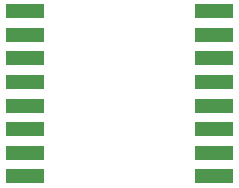
<source format=gtp>
G04 Layer: TopPasteMaskLayer*
G04 EasyEDA v6.5.46, 2025-09-16 11:21:37*
G04 d57bd40a603b42be9e37e0d49851eb9c,10*
G04 Gerber Generator version 0.2*
G04 Scale: 100 percent, Rotated: No, Reflected: No *
G04 Dimensions in inches *
G04 leading zeros omitted , absolute positions ,3 integer and 6 decimal *
%FSLAX36Y36*%
%MOIN*%

%ADD10R,0.1299X0.0472*%

%LPD*%
D10*
G01*
X1019960Y-1629409D03*
G01*
X1019960Y-1708150D03*
G01*
X1019960Y-1786889D03*
G01*
X1019960Y-1865630D03*
G01*
X1019960Y-1944369D03*
G01*
X1019960Y-2023110D03*
G01*
X1019960Y-2101849D03*
G01*
X1019960Y-2180590D03*
G01*
X390039Y-2180590D03*
G01*
X390039Y-2101849D03*
G01*
X390039Y-2023110D03*
G01*
X390039Y-1944369D03*
G01*
X390039Y-1865630D03*
G01*
X390039Y-1786889D03*
G01*
X390039Y-1708150D03*
G01*
X390039Y-1629409D03*
M02*

</source>
